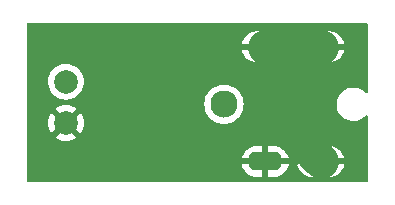
<source format=gbr>
%TF.GenerationSoftware,KiCad,Pcbnew,(6.0.4-0)*%
%TF.CreationDate,2022-07-05T17:19:08+02:00*%
%TF.ProjectId,DC power,44432070-6f77-4657-922e-6b696361645f,rev?*%
%TF.SameCoordinates,Original*%
%TF.FileFunction,Copper,L2,Bot*%
%TF.FilePolarity,Positive*%
%FSLAX46Y46*%
G04 Gerber Fmt 4.6, Leading zero omitted, Abs format (unit mm)*
G04 Created by KiCad (PCBNEW (6.0.4-0)) date 2022-07-05 17:19:08*
%MOMM*%
%LPD*%
G01*
G04 APERTURE LIST*
%TA.AperFunction,ComponentPad*%
%ADD10C,2.000000*%
%TD*%
%TA.AperFunction,ComponentPad*%
%ADD11C,2.300000*%
%TD*%
%TA.AperFunction,ComponentPad*%
%ADD12O,1.600000X3.200000*%
%TD*%
%TA.AperFunction,ComponentPad*%
%ADD13O,3.000000X1.600000*%
%TD*%
%TA.AperFunction,Conductor*%
%ADD14C,3.000000*%
%TD*%
G04 APERTURE END LIST*
D10*
%TO.P,U1,2,2*%
%TO.N,GND*%
X129680013Y-103329975D03*
%TO.P,U1,1,1*%
%TO.N,+5V*%
X129680013Y-99830102D03*
%TD*%
D11*
%TO.P,PWR1,3,3*%
%TO.N,+5V*%
X143059892Y-101740127D03*
D12*
%TO.P,PWR1,2,2*%
%TO.N,GND*%
X150759917Y-101740127D03*
D13*
%TO.P,PWR1,1,1*%
X151260044Y-106590013D03*
X151260044Y-96889987D03*
X146560019Y-106590013D03*
X146560019Y-96889987D03*
%TD*%
D14*
%TO.N,GND*%
X146560019Y-96889987D02*
X151260044Y-96889987D01*
X151260044Y-96889987D02*
X150680000Y-97470031D01*
X150680000Y-97470031D02*
X150680000Y-106009969D01*
X150680000Y-106009969D02*
X151260044Y-106590013D01*
%TD*%
%TA.AperFunction,Conductor*%
%TO.N,GND*%
G36*
X155203621Y-94858502D02*
G01*
X155250114Y-94912158D01*
X155261500Y-94964500D01*
X155261500Y-100695662D01*
X155241498Y-100763783D01*
X155187842Y-100810276D01*
X155117568Y-100820380D01*
X155052988Y-100790886D01*
X155040335Y-100778242D01*
X154999121Y-100730748D01*
X154999119Y-100730746D01*
X154995615Y-100726708D01*
X154991489Y-100723325D01*
X154991485Y-100723321D01*
X154814903Y-100578534D01*
X154810775Y-100575149D01*
X154806139Y-100572510D01*
X154806136Y-100572508D01*
X154607685Y-100459543D01*
X154603042Y-100456900D01*
X154378355Y-100375343D01*
X154373106Y-100374394D01*
X154373103Y-100374393D01*
X154147223Y-100333547D01*
X154147215Y-100333546D01*
X154143139Y-100332809D01*
X154124749Y-100331942D01*
X154119564Y-100331697D01*
X154119557Y-100331697D01*
X154118076Y-100331627D01*
X153950096Y-100331627D01*
X153771933Y-100346744D01*
X153766769Y-100348084D01*
X153766765Y-100348085D01*
X153545733Y-100405454D01*
X153545728Y-100405456D01*
X153540568Y-100406795D01*
X153535702Y-100408987D01*
X153327489Y-100502780D01*
X153327486Y-100502781D01*
X153322628Y-100504970D01*
X153124346Y-100638461D01*
X152951390Y-100803453D01*
X152948207Y-100807730D01*
X152948207Y-100807731D01*
X152938796Y-100820380D01*
X152808706Y-100995227D01*
X152806290Y-100999978D01*
X152806288Y-100999982D01*
X152761925Y-101087239D01*
X152700375Y-101208299D01*
X152696287Y-101221465D01*
X152631076Y-101431476D01*
X152631075Y-101431482D01*
X152629492Y-101436579D01*
X152598085Y-101673538D01*
X152607053Y-101912401D01*
X152656138Y-102146338D01*
X152743937Y-102368660D01*
X152867940Y-102573010D01*
X152871437Y-102577040D01*
X152990082Y-102713766D01*
X153024601Y-102753546D01*
X153028727Y-102756929D01*
X153028731Y-102756933D01*
X153127737Y-102838112D01*
X153209441Y-102905105D01*
X153214077Y-102907744D01*
X153214080Y-102907746D01*
X153302281Y-102957953D01*
X153417174Y-103023354D01*
X153641861Y-103104911D01*
X153647110Y-103105860D01*
X153647113Y-103105861D01*
X153872993Y-103146707D01*
X153873001Y-103146708D01*
X153877077Y-103147445D01*
X153895467Y-103148312D01*
X153900652Y-103148557D01*
X153900659Y-103148557D01*
X153902140Y-103148627D01*
X154070120Y-103148627D01*
X154248283Y-103133510D01*
X154253447Y-103132170D01*
X154253451Y-103132169D01*
X154474483Y-103074800D01*
X154474488Y-103074798D01*
X154479648Y-103073459D01*
X154678488Y-102983888D01*
X154692727Y-102977474D01*
X154692730Y-102977473D01*
X154697588Y-102975284D01*
X154895870Y-102841793D01*
X155048529Y-102696164D01*
X155111625Y-102663617D01*
X155182301Y-102670348D01*
X155238119Y-102714222D01*
X155261500Y-102787334D01*
X155261500Y-108235500D01*
X155241498Y-108303621D01*
X155187842Y-108350114D01*
X155135500Y-108361500D01*
X126524500Y-108361500D01*
X126456379Y-108341498D01*
X126409886Y-108287842D01*
X126398500Y-108235500D01*
X126398500Y-106856535D01*
X144577292Y-106856535D01*
X144624783Y-107033774D01*
X144628529Y-107044066D01*
X144720605Y-107241524D01*
X144726088Y-107251020D01*
X144851047Y-107429480D01*
X144858103Y-107437888D01*
X145012144Y-107591929D01*
X145020552Y-107598985D01*
X145199012Y-107723944D01*
X145208508Y-107729427D01*
X145405966Y-107821503D01*
X145416258Y-107825249D01*
X145626707Y-107881638D01*
X145637500Y-107883541D01*
X145800189Y-107897775D01*
X145805654Y-107898013D01*
X146287904Y-107898013D01*
X146303143Y-107893538D01*
X146304348Y-107892148D01*
X146306019Y-107884465D01*
X146306019Y-107879898D01*
X146814019Y-107879898D01*
X146818494Y-107895137D01*
X146819884Y-107896342D01*
X146827567Y-107898013D01*
X147314384Y-107898013D01*
X147319849Y-107897775D01*
X147482538Y-107883541D01*
X147493331Y-107881638D01*
X147703780Y-107825249D01*
X147714072Y-107821503D01*
X147911530Y-107729427D01*
X147921026Y-107723944D01*
X148099486Y-107598985D01*
X148107894Y-107591929D01*
X148261935Y-107437888D01*
X148268991Y-107429480D01*
X148393950Y-107251020D01*
X148399433Y-107241524D01*
X148491509Y-107044066D01*
X148495255Y-107033774D01*
X148541413Y-106861510D01*
X148541294Y-106856535D01*
X149277317Y-106856535D01*
X149324808Y-107033774D01*
X149328554Y-107044066D01*
X149420630Y-107241524D01*
X149426113Y-107251020D01*
X149551072Y-107429480D01*
X149558128Y-107437888D01*
X149712169Y-107591929D01*
X149720577Y-107598985D01*
X149899037Y-107723944D01*
X149908533Y-107729427D01*
X150105991Y-107821503D01*
X150116283Y-107825249D01*
X150326732Y-107881638D01*
X150337525Y-107883541D01*
X150500214Y-107897775D01*
X150505679Y-107898013D01*
X150987929Y-107898013D01*
X151003168Y-107893538D01*
X151004373Y-107892148D01*
X151006044Y-107884465D01*
X151006044Y-107879898D01*
X151514044Y-107879898D01*
X151518519Y-107895137D01*
X151519909Y-107896342D01*
X151527592Y-107898013D01*
X152014409Y-107898013D01*
X152019874Y-107897775D01*
X152182563Y-107883541D01*
X152193356Y-107881638D01*
X152403805Y-107825249D01*
X152414097Y-107821503D01*
X152611555Y-107729427D01*
X152621051Y-107723944D01*
X152799511Y-107598985D01*
X152807919Y-107591929D01*
X152961960Y-107437888D01*
X152969016Y-107429480D01*
X153093975Y-107251020D01*
X153099458Y-107241524D01*
X153191534Y-107044066D01*
X153195280Y-107033774D01*
X153241438Y-106861510D01*
X153241102Y-106847414D01*
X153233160Y-106844013D01*
X151532159Y-106844013D01*
X151516920Y-106848488D01*
X151515715Y-106849878D01*
X151514044Y-106857561D01*
X151514044Y-107879898D01*
X151006044Y-107879898D01*
X151006044Y-106862128D01*
X151001569Y-106846889D01*
X151000179Y-106845684D01*
X150992496Y-106844013D01*
X149292077Y-106844013D01*
X149278546Y-106847986D01*
X149277317Y-106856535D01*
X148541294Y-106856535D01*
X148541077Y-106847414D01*
X148533135Y-106844013D01*
X146832134Y-106844013D01*
X146816895Y-106848488D01*
X146815690Y-106849878D01*
X146814019Y-106857561D01*
X146814019Y-107879898D01*
X146306019Y-107879898D01*
X146306019Y-106862128D01*
X146301544Y-106846889D01*
X146300154Y-106845684D01*
X146292471Y-106844013D01*
X144592052Y-106844013D01*
X144578521Y-106847986D01*
X144577292Y-106856535D01*
X126398500Y-106856535D01*
X126398500Y-106318516D01*
X144578625Y-106318516D01*
X144578961Y-106332612D01*
X144586903Y-106336013D01*
X146287904Y-106336013D01*
X146303143Y-106331538D01*
X146304348Y-106330148D01*
X146306019Y-106322465D01*
X146306019Y-106317898D01*
X146814019Y-106317898D01*
X146818494Y-106333137D01*
X146819884Y-106334342D01*
X146827567Y-106336013D01*
X148527986Y-106336013D01*
X148541517Y-106332040D01*
X148542746Y-106323491D01*
X148541413Y-106318516D01*
X149278650Y-106318516D01*
X149278986Y-106332612D01*
X149286928Y-106336013D01*
X150987929Y-106336013D01*
X151003168Y-106331538D01*
X151004373Y-106330148D01*
X151006044Y-106322465D01*
X151006044Y-106317898D01*
X151514044Y-106317898D01*
X151518519Y-106333137D01*
X151519909Y-106334342D01*
X151527592Y-106336013D01*
X153228011Y-106336013D01*
X153241542Y-106332040D01*
X153242771Y-106323491D01*
X153195280Y-106146252D01*
X153191534Y-106135960D01*
X153099458Y-105938502D01*
X153093975Y-105929006D01*
X152969016Y-105750546D01*
X152961960Y-105742138D01*
X152807919Y-105588097D01*
X152799511Y-105581041D01*
X152621051Y-105456082D01*
X152611555Y-105450599D01*
X152414097Y-105358523D01*
X152403805Y-105354777D01*
X152193356Y-105298388D01*
X152182563Y-105296485D01*
X152019874Y-105282251D01*
X152014409Y-105282013D01*
X151532159Y-105282013D01*
X151516920Y-105286488D01*
X151515715Y-105287878D01*
X151514044Y-105295561D01*
X151514044Y-106317898D01*
X151006044Y-106317898D01*
X151006044Y-105300128D01*
X151001569Y-105284889D01*
X151000179Y-105283684D01*
X150992496Y-105282013D01*
X150505679Y-105282013D01*
X150500214Y-105282251D01*
X150337525Y-105296485D01*
X150326732Y-105298388D01*
X150116283Y-105354777D01*
X150105991Y-105358523D01*
X149908533Y-105450599D01*
X149899037Y-105456082D01*
X149720577Y-105581041D01*
X149712169Y-105588097D01*
X149558128Y-105742138D01*
X149551072Y-105750546D01*
X149426113Y-105929006D01*
X149420630Y-105938502D01*
X149328554Y-106135960D01*
X149324808Y-106146252D01*
X149278650Y-106318516D01*
X148541413Y-106318516D01*
X148495255Y-106146252D01*
X148491509Y-106135960D01*
X148399433Y-105938502D01*
X148393950Y-105929006D01*
X148268991Y-105750546D01*
X148261935Y-105742138D01*
X148107894Y-105588097D01*
X148099486Y-105581041D01*
X147921026Y-105456082D01*
X147911530Y-105450599D01*
X147714072Y-105358523D01*
X147703780Y-105354777D01*
X147493331Y-105298388D01*
X147482538Y-105296485D01*
X147319849Y-105282251D01*
X147314384Y-105282013D01*
X146832134Y-105282013D01*
X146816895Y-105286488D01*
X146815690Y-105287878D01*
X146814019Y-105295561D01*
X146814019Y-106317898D01*
X146306019Y-106317898D01*
X146306019Y-105300128D01*
X146301544Y-105284889D01*
X146300154Y-105283684D01*
X146292471Y-105282013D01*
X145805654Y-105282013D01*
X145800189Y-105282251D01*
X145637500Y-105296485D01*
X145626707Y-105298388D01*
X145416258Y-105354777D01*
X145405966Y-105358523D01*
X145208508Y-105450599D01*
X145199012Y-105456082D01*
X145020552Y-105581041D01*
X145012144Y-105588097D01*
X144858103Y-105742138D01*
X144851047Y-105750546D01*
X144726088Y-105929006D01*
X144720605Y-105938502D01*
X144628529Y-106135960D01*
X144624783Y-106146252D01*
X144578625Y-106318516D01*
X126398500Y-106318516D01*
X126398500Y-104562645D01*
X128812173Y-104562645D01*
X128817900Y-104570295D01*
X128989055Y-104675180D01*
X128997850Y-104679662D01*
X129208001Y-104766709D01*
X129217386Y-104769758D01*
X129438567Y-104822860D01*
X129448314Y-104824403D01*
X129675083Y-104842250D01*
X129684943Y-104842250D01*
X129911712Y-104824403D01*
X129921459Y-104822860D01*
X130142640Y-104769758D01*
X130152025Y-104766709D01*
X130362176Y-104679662D01*
X130370971Y-104675180D01*
X130538458Y-104572543D01*
X130547920Y-104562085D01*
X130544137Y-104553309D01*
X129692825Y-103701997D01*
X129678881Y-103694383D01*
X129677048Y-103694514D01*
X129670433Y-103698765D01*
X128818933Y-104550265D01*
X128812173Y-104562645D01*
X126398500Y-104562645D01*
X126398500Y-103334905D01*
X128167738Y-103334905D01*
X128185585Y-103561674D01*
X128187128Y-103571421D01*
X128240230Y-103792602D01*
X128243279Y-103801987D01*
X128330326Y-104012138D01*
X128334808Y-104020933D01*
X128437445Y-104188420D01*
X128447903Y-104197882D01*
X128456679Y-104194099D01*
X129307991Y-103342787D01*
X129314369Y-103331107D01*
X130044421Y-103331107D01*
X130044552Y-103332940D01*
X130048803Y-103339555D01*
X130900303Y-104191055D01*
X130912683Y-104197815D01*
X130920333Y-104192088D01*
X131025218Y-104020933D01*
X131029700Y-104012138D01*
X131116747Y-103801987D01*
X131119796Y-103792602D01*
X131172898Y-103571421D01*
X131174441Y-103561674D01*
X131192288Y-103334905D01*
X131192288Y-103325045D01*
X131174441Y-103098276D01*
X131172898Y-103088529D01*
X131119796Y-102867348D01*
X131116747Y-102857963D01*
X131029700Y-102647812D01*
X131025218Y-102639017D01*
X130922581Y-102471530D01*
X130912123Y-102462068D01*
X130903347Y-102465851D01*
X130052035Y-103317163D01*
X130044421Y-103331107D01*
X129314369Y-103331107D01*
X129315605Y-103328843D01*
X129315474Y-103327010D01*
X129311223Y-103320395D01*
X128459723Y-102468895D01*
X128447343Y-102462135D01*
X128439693Y-102467862D01*
X128334808Y-102639017D01*
X128330326Y-102647812D01*
X128243279Y-102857963D01*
X128240230Y-102867348D01*
X128187128Y-103088529D01*
X128185585Y-103098276D01*
X128167738Y-103325045D01*
X128167738Y-103334905D01*
X126398500Y-103334905D01*
X126398500Y-102097865D01*
X128812106Y-102097865D01*
X128815889Y-102106641D01*
X129667201Y-102957953D01*
X129681145Y-102965567D01*
X129682978Y-102965436D01*
X129689593Y-102961185D01*
X130541093Y-102109685D01*
X130547853Y-102097305D01*
X130542126Y-102089655D01*
X130370971Y-101984770D01*
X130362176Y-101980288D01*
X130152025Y-101893241D01*
X130142640Y-101890192D01*
X129921459Y-101837090D01*
X129911712Y-101835547D01*
X129684943Y-101817700D01*
X129675083Y-101817700D01*
X129448314Y-101835547D01*
X129438567Y-101837090D01*
X129217386Y-101890192D01*
X129208001Y-101893241D01*
X128997850Y-101980288D01*
X128989055Y-101984770D01*
X128821568Y-102087407D01*
X128812106Y-102097865D01*
X126398500Y-102097865D01*
X126398500Y-101740127D01*
X141396264Y-101740127D01*
X141416746Y-102000376D01*
X141417900Y-102005183D01*
X141417901Y-102005189D01*
X141437640Y-102087407D01*
X141477688Y-102254216D01*
X141479581Y-102258787D01*
X141479582Y-102258789D01*
X141567703Y-102471530D01*
X141577589Y-102495398D01*
X141713989Y-102717983D01*
X141883529Y-102916490D01*
X142082036Y-103086030D01*
X142304621Y-103222430D01*
X142309191Y-103224323D01*
X142309195Y-103224325D01*
X142533326Y-103317163D01*
X142545803Y-103322331D01*
X142617546Y-103339555D01*
X142794830Y-103382118D01*
X142794836Y-103382119D01*
X142799643Y-103383273D01*
X143059892Y-103403755D01*
X143320141Y-103383273D01*
X143324948Y-103382119D01*
X143324954Y-103382118D01*
X143502238Y-103339555D01*
X143573981Y-103322331D01*
X143586458Y-103317163D01*
X143810589Y-103224325D01*
X143810593Y-103224323D01*
X143815163Y-103222430D01*
X144037748Y-103086030D01*
X144236255Y-102916490D01*
X144405795Y-102717983D01*
X144481470Y-102594492D01*
X149451917Y-102594492D01*
X149452155Y-102599957D01*
X149466389Y-102762646D01*
X149468292Y-102773439D01*
X149524681Y-102983888D01*
X149528427Y-102994180D01*
X149620503Y-103191638D01*
X149625986Y-103201134D01*
X149750945Y-103379594D01*
X149758001Y-103388002D01*
X149912042Y-103542043D01*
X149920450Y-103549099D01*
X150098910Y-103674058D01*
X150108406Y-103679541D01*
X150305864Y-103771617D01*
X150316156Y-103775363D01*
X150488420Y-103821521D01*
X150502516Y-103821185D01*
X150505917Y-103813243D01*
X150505917Y-103808094D01*
X151013917Y-103808094D01*
X151017890Y-103821625D01*
X151026439Y-103822854D01*
X151203678Y-103775363D01*
X151213970Y-103771617D01*
X151411428Y-103679541D01*
X151420924Y-103674058D01*
X151599384Y-103549099D01*
X151607792Y-103542043D01*
X151761833Y-103388002D01*
X151768889Y-103379594D01*
X151893848Y-103201134D01*
X151899331Y-103191638D01*
X151991407Y-102994180D01*
X151995153Y-102983888D01*
X152051542Y-102773439D01*
X152053445Y-102762646D01*
X152067679Y-102599957D01*
X152067917Y-102594492D01*
X152067917Y-102012242D01*
X152063442Y-101997003D01*
X152062052Y-101995798D01*
X152054369Y-101994127D01*
X151032032Y-101994127D01*
X151016793Y-101998602D01*
X151015588Y-101999992D01*
X151013917Y-102007675D01*
X151013917Y-103808094D01*
X150505917Y-103808094D01*
X150505917Y-102012242D01*
X150501442Y-101997003D01*
X150500052Y-101995798D01*
X150492369Y-101994127D01*
X149470032Y-101994127D01*
X149454793Y-101998602D01*
X149453588Y-101999992D01*
X149451917Y-102007675D01*
X149451917Y-102594492D01*
X144481470Y-102594492D01*
X144542195Y-102495398D01*
X144552082Y-102471530D01*
X144640202Y-102258789D01*
X144640203Y-102258787D01*
X144642096Y-102254216D01*
X144682144Y-102087407D01*
X144701883Y-102005189D01*
X144701884Y-102005183D01*
X144703038Y-102000376D01*
X144723520Y-101740127D01*
X144703038Y-101479878D01*
X144701884Y-101475071D01*
X144701883Y-101475065D01*
X144700190Y-101468012D01*
X149451917Y-101468012D01*
X149456392Y-101483251D01*
X149457782Y-101484456D01*
X149465465Y-101486127D01*
X150487802Y-101486127D01*
X150503041Y-101481652D01*
X150504246Y-101480262D01*
X150505917Y-101472579D01*
X150505917Y-101468012D01*
X151013917Y-101468012D01*
X151018392Y-101483251D01*
X151019782Y-101484456D01*
X151027465Y-101486127D01*
X152049802Y-101486127D01*
X152065041Y-101481652D01*
X152066246Y-101480262D01*
X152067917Y-101472579D01*
X152067917Y-100885762D01*
X152067679Y-100880297D01*
X152053445Y-100717608D01*
X152051542Y-100706815D01*
X151995153Y-100496366D01*
X151991407Y-100486074D01*
X151899331Y-100288616D01*
X151893848Y-100279120D01*
X151768889Y-100100660D01*
X151761833Y-100092252D01*
X151607792Y-99938211D01*
X151599384Y-99931155D01*
X151420924Y-99806196D01*
X151411428Y-99800713D01*
X151213970Y-99708637D01*
X151203678Y-99704891D01*
X151031414Y-99658733D01*
X151017318Y-99659069D01*
X151013917Y-99667011D01*
X151013917Y-101468012D01*
X150505917Y-101468012D01*
X150505917Y-99672160D01*
X150501944Y-99658629D01*
X150493395Y-99657400D01*
X150316156Y-99704891D01*
X150305864Y-99708637D01*
X150108406Y-99800713D01*
X150098910Y-99806196D01*
X149920450Y-99931155D01*
X149912042Y-99938211D01*
X149758001Y-100092252D01*
X149750945Y-100100660D01*
X149625986Y-100279120D01*
X149620503Y-100288616D01*
X149528427Y-100486074D01*
X149524681Y-100496366D01*
X149468292Y-100706815D01*
X149466389Y-100717608D01*
X149452155Y-100880297D01*
X149451917Y-100885762D01*
X149451917Y-101468012D01*
X144700190Y-101468012D01*
X144643251Y-101230850D01*
X144642096Y-101226038D01*
X144634748Y-101208299D01*
X144544090Y-100989430D01*
X144544088Y-100989426D01*
X144542195Y-100984856D01*
X144405795Y-100762271D01*
X144236255Y-100563764D01*
X144037748Y-100394224D01*
X143815163Y-100257824D01*
X143810593Y-100255931D01*
X143810589Y-100255929D01*
X143578554Y-100159817D01*
X143578552Y-100159816D01*
X143573981Y-100157923D01*
X143484961Y-100136551D01*
X143324954Y-100098136D01*
X143324948Y-100098135D01*
X143320141Y-100096981D01*
X143059892Y-100076499D01*
X142799643Y-100096981D01*
X142794836Y-100098135D01*
X142794830Y-100098136D01*
X142634823Y-100136551D01*
X142545803Y-100157923D01*
X142541232Y-100159816D01*
X142541230Y-100159817D01*
X142309195Y-100255929D01*
X142309191Y-100255931D01*
X142304621Y-100257824D01*
X142082036Y-100394224D01*
X141883529Y-100563764D01*
X141713989Y-100762271D01*
X141577589Y-100984856D01*
X141575696Y-100989426D01*
X141575694Y-100989430D01*
X141485036Y-101208299D01*
X141477688Y-101226038D01*
X141476533Y-101230850D01*
X141417901Y-101475065D01*
X141417900Y-101475071D01*
X141416746Y-101479878D01*
X141396264Y-101740127D01*
X126398500Y-101740127D01*
X126398500Y-99830102D01*
X128166848Y-99830102D01*
X128185478Y-100066813D01*
X128186632Y-100071620D01*
X128186633Y-100071626D01*
X128207806Y-100159817D01*
X128240908Y-100297696D01*
X128242801Y-100302267D01*
X128242802Y-100302269D01*
X128307947Y-100459543D01*
X128331773Y-100517065D01*
X128334359Y-100521285D01*
X128453254Y-100715304D01*
X128453258Y-100715310D01*
X128455837Y-100719518D01*
X128610044Y-100900071D01*
X128790597Y-101054278D01*
X128794805Y-101056857D01*
X128794811Y-101056861D01*
X128988830Y-101175756D01*
X128993050Y-101178342D01*
X128997620Y-101180235D01*
X128997624Y-101180237D01*
X129119816Y-101230850D01*
X129212419Y-101269207D01*
X129292622Y-101288462D01*
X129438489Y-101323482D01*
X129438495Y-101323483D01*
X129443302Y-101324637D01*
X129680013Y-101343267D01*
X129916724Y-101324637D01*
X129921531Y-101323483D01*
X129921537Y-101323482D01*
X130067404Y-101288462D01*
X130147607Y-101269207D01*
X130240210Y-101230850D01*
X130362402Y-101180237D01*
X130362406Y-101180235D01*
X130366976Y-101178342D01*
X130371196Y-101175756D01*
X130565215Y-101056861D01*
X130565221Y-101056857D01*
X130569429Y-101054278D01*
X130749982Y-100900071D01*
X130904189Y-100719518D01*
X130906768Y-100715310D01*
X130906772Y-100715304D01*
X131025667Y-100521285D01*
X131028253Y-100517065D01*
X131052080Y-100459543D01*
X131117224Y-100302269D01*
X131117225Y-100302267D01*
X131119118Y-100297696D01*
X131152220Y-100159817D01*
X131173393Y-100071626D01*
X131173394Y-100071620D01*
X131174548Y-100066813D01*
X131193178Y-99830102D01*
X131174548Y-99593391D01*
X131119118Y-99362508D01*
X131028253Y-99143139D01*
X131025667Y-99138919D01*
X130906772Y-98944900D01*
X130906768Y-98944894D01*
X130904189Y-98940686D01*
X130749982Y-98760133D01*
X130569429Y-98605926D01*
X130565221Y-98603347D01*
X130565215Y-98603343D01*
X130371196Y-98484448D01*
X130366976Y-98481862D01*
X130362406Y-98479969D01*
X130362402Y-98479967D01*
X130152180Y-98392891D01*
X130152178Y-98392890D01*
X130147607Y-98390997D01*
X130067404Y-98371742D01*
X129921537Y-98336722D01*
X129921531Y-98336721D01*
X129916724Y-98335567D01*
X129680013Y-98316937D01*
X129443302Y-98335567D01*
X129438495Y-98336721D01*
X129438489Y-98336722D01*
X129292622Y-98371742D01*
X129212419Y-98390997D01*
X129207848Y-98392890D01*
X129207846Y-98392891D01*
X128997624Y-98479967D01*
X128997620Y-98479969D01*
X128993050Y-98481862D01*
X128988830Y-98484448D01*
X128794811Y-98603343D01*
X128794805Y-98603347D01*
X128790597Y-98605926D01*
X128610044Y-98760133D01*
X128455837Y-98940686D01*
X128453258Y-98944894D01*
X128453254Y-98944900D01*
X128334359Y-99138919D01*
X128331773Y-99143139D01*
X128240908Y-99362508D01*
X128185478Y-99593391D01*
X128166848Y-99830102D01*
X126398500Y-99830102D01*
X126398500Y-97156509D01*
X144577292Y-97156509D01*
X144624783Y-97333748D01*
X144628529Y-97344040D01*
X144720605Y-97541498D01*
X144726088Y-97550994D01*
X144851047Y-97729454D01*
X144858103Y-97737862D01*
X145012144Y-97891903D01*
X145020552Y-97898959D01*
X145199012Y-98023918D01*
X145208508Y-98029401D01*
X145405966Y-98121477D01*
X145416258Y-98125223D01*
X145626707Y-98181612D01*
X145637500Y-98183515D01*
X145800189Y-98197749D01*
X145805654Y-98197987D01*
X146287904Y-98197987D01*
X146303143Y-98193512D01*
X146304348Y-98192122D01*
X146306019Y-98184439D01*
X146306019Y-98179872D01*
X146814019Y-98179872D01*
X146818494Y-98195111D01*
X146819884Y-98196316D01*
X146827567Y-98197987D01*
X147314384Y-98197987D01*
X147319849Y-98197749D01*
X147482538Y-98183515D01*
X147493331Y-98181612D01*
X147703780Y-98125223D01*
X147714072Y-98121477D01*
X147911530Y-98029401D01*
X147921026Y-98023918D01*
X148099486Y-97898959D01*
X148107894Y-97891903D01*
X148261935Y-97737862D01*
X148268991Y-97729454D01*
X148393950Y-97550994D01*
X148399433Y-97541498D01*
X148491509Y-97344040D01*
X148495255Y-97333748D01*
X148541413Y-97161484D01*
X148541294Y-97156509D01*
X149277317Y-97156509D01*
X149324808Y-97333748D01*
X149328554Y-97344040D01*
X149420630Y-97541498D01*
X149426113Y-97550994D01*
X149551072Y-97729454D01*
X149558128Y-97737862D01*
X149712169Y-97891903D01*
X149720577Y-97898959D01*
X149899037Y-98023918D01*
X149908533Y-98029401D01*
X150105991Y-98121477D01*
X150116283Y-98125223D01*
X150326732Y-98181612D01*
X150337525Y-98183515D01*
X150500214Y-98197749D01*
X150505679Y-98197987D01*
X150987929Y-98197987D01*
X151003168Y-98193512D01*
X151004373Y-98192122D01*
X151006044Y-98184439D01*
X151006044Y-98179872D01*
X151514044Y-98179872D01*
X151518519Y-98195111D01*
X151519909Y-98196316D01*
X151527592Y-98197987D01*
X152014409Y-98197987D01*
X152019874Y-98197749D01*
X152182563Y-98183515D01*
X152193356Y-98181612D01*
X152403805Y-98125223D01*
X152414097Y-98121477D01*
X152611555Y-98029401D01*
X152621051Y-98023918D01*
X152799511Y-97898959D01*
X152807919Y-97891903D01*
X152961960Y-97737862D01*
X152969016Y-97729454D01*
X153093975Y-97550994D01*
X153099458Y-97541498D01*
X153191534Y-97344040D01*
X153195280Y-97333748D01*
X153241438Y-97161484D01*
X153241102Y-97147388D01*
X153233160Y-97143987D01*
X151532159Y-97143987D01*
X151516920Y-97148462D01*
X151515715Y-97149852D01*
X151514044Y-97157535D01*
X151514044Y-98179872D01*
X151006044Y-98179872D01*
X151006044Y-97162102D01*
X151001569Y-97146863D01*
X151000179Y-97145658D01*
X150992496Y-97143987D01*
X149292077Y-97143987D01*
X149278546Y-97147960D01*
X149277317Y-97156509D01*
X148541294Y-97156509D01*
X148541077Y-97147388D01*
X148533135Y-97143987D01*
X146832134Y-97143987D01*
X146816895Y-97148462D01*
X146815690Y-97149852D01*
X146814019Y-97157535D01*
X146814019Y-98179872D01*
X146306019Y-98179872D01*
X146306019Y-97162102D01*
X146301544Y-97146863D01*
X146300154Y-97145658D01*
X146292471Y-97143987D01*
X144592052Y-97143987D01*
X144578521Y-97147960D01*
X144577292Y-97156509D01*
X126398500Y-97156509D01*
X126398500Y-96618490D01*
X144578625Y-96618490D01*
X144578961Y-96632586D01*
X144586903Y-96635987D01*
X146287904Y-96635987D01*
X146303143Y-96631512D01*
X146304348Y-96630122D01*
X146306019Y-96622439D01*
X146306019Y-96617872D01*
X146814019Y-96617872D01*
X146818494Y-96633111D01*
X146819884Y-96634316D01*
X146827567Y-96635987D01*
X148527986Y-96635987D01*
X148541517Y-96632014D01*
X148542746Y-96623465D01*
X148541413Y-96618490D01*
X149278650Y-96618490D01*
X149278986Y-96632586D01*
X149286928Y-96635987D01*
X150987929Y-96635987D01*
X151003168Y-96631512D01*
X151004373Y-96630122D01*
X151006044Y-96622439D01*
X151006044Y-96617872D01*
X151514044Y-96617872D01*
X151518519Y-96633111D01*
X151519909Y-96634316D01*
X151527592Y-96635987D01*
X153228011Y-96635987D01*
X153241542Y-96632014D01*
X153242771Y-96623465D01*
X153195280Y-96446226D01*
X153191534Y-96435934D01*
X153099458Y-96238476D01*
X153093975Y-96228980D01*
X152969016Y-96050520D01*
X152961960Y-96042112D01*
X152807919Y-95888071D01*
X152799511Y-95881015D01*
X152621051Y-95756056D01*
X152611555Y-95750573D01*
X152414097Y-95658497D01*
X152403805Y-95654751D01*
X152193356Y-95598362D01*
X152182563Y-95596459D01*
X152019874Y-95582225D01*
X152014409Y-95581987D01*
X151532159Y-95581987D01*
X151516920Y-95586462D01*
X151515715Y-95587852D01*
X151514044Y-95595535D01*
X151514044Y-96617872D01*
X151006044Y-96617872D01*
X151006044Y-95600102D01*
X151001569Y-95584863D01*
X151000179Y-95583658D01*
X150992496Y-95581987D01*
X150505679Y-95581987D01*
X150500214Y-95582225D01*
X150337525Y-95596459D01*
X150326732Y-95598362D01*
X150116283Y-95654751D01*
X150105991Y-95658497D01*
X149908533Y-95750573D01*
X149899037Y-95756056D01*
X149720577Y-95881015D01*
X149712169Y-95888071D01*
X149558128Y-96042112D01*
X149551072Y-96050520D01*
X149426113Y-96228980D01*
X149420630Y-96238476D01*
X149328554Y-96435934D01*
X149324808Y-96446226D01*
X149278650Y-96618490D01*
X148541413Y-96618490D01*
X148495255Y-96446226D01*
X148491509Y-96435934D01*
X148399433Y-96238476D01*
X148393950Y-96228980D01*
X148268991Y-96050520D01*
X148261935Y-96042112D01*
X148107894Y-95888071D01*
X148099486Y-95881015D01*
X147921026Y-95756056D01*
X147911530Y-95750573D01*
X147714072Y-95658497D01*
X147703780Y-95654751D01*
X147493331Y-95598362D01*
X147482538Y-95596459D01*
X147319849Y-95582225D01*
X147314384Y-95581987D01*
X146832134Y-95581987D01*
X146816895Y-95586462D01*
X146815690Y-95587852D01*
X146814019Y-95595535D01*
X146814019Y-96617872D01*
X146306019Y-96617872D01*
X146306019Y-95600102D01*
X146301544Y-95584863D01*
X146300154Y-95583658D01*
X146292471Y-95581987D01*
X145805654Y-95581987D01*
X145800189Y-95582225D01*
X145637500Y-95596459D01*
X145626707Y-95598362D01*
X145416258Y-95654751D01*
X145405966Y-95658497D01*
X145208508Y-95750573D01*
X145199012Y-95756056D01*
X145020552Y-95881015D01*
X145012144Y-95888071D01*
X144858103Y-96042112D01*
X144851047Y-96050520D01*
X144726088Y-96228980D01*
X144720605Y-96238476D01*
X144628529Y-96435934D01*
X144624783Y-96446226D01*
X144578625Y-96618490D01*
X126398500Y-96618490D01*
X126398500Y-94964500D01*
X126418502Y-94896379D01*
X126472158Y-94849886D01*
X126524500Y-94838500D01*
X155135500Y-94838500D01*
X155203621Y-94858502D01*
G37*
%TD.AperFunction*%
%TD*%
M02*

</source>
